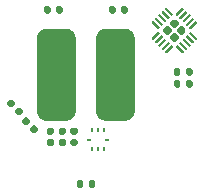
<source format=gbp>
G04 #@! TF.GenerationSoftware,KiCad,Pcbnew,8.0.9-8.0.9-0~ubuntu20.04.1*
G04 #@! TF.CreationDate,2025-06-12T23:45:10+01:00*
G04 #@! TF.ProjectId,nfc-pcb-tag,6e66632d-7063-4622-9d74-61672e6b6963,rev?*
G04 #@! TF.SameCoordinates,Original*
G04 #@! TF.FileFunction,Paste,Bot*
G04 #@! TF.FilePolarity,Positive*
%FSLAX46Y46*%
G04 Gerber Fmt 4.6, Leading zero omitted, Abs format (unit mm)*
G04 Created by KiCad (PCBNEW 8.0.9-8.0.9-0~ubuntu20.04.1) date 2025-06-12 23:45:10*
%MOMM*%
%LPD*%
G01*
G04 APERTURE LIST*
%ADD10R,0.250000X0.400000*%
%ADD11R,0.400000X0.250000*%
G04 APERTURE END LIST*
G36*
G01*
X68970000Y-32435000D02*
X68970000Y-32065000D01*
G75*
G02*
X69105000Y-31930000I135000J0D01*
G01*
X69375000Y-31930000D01*
G75*
G02*
X69510000Y-32065000I0J-135000D01*
G01*
X69510000Y-32435000D01*
G75*
G02*
X69375000Y-32570000I-135000J0D01*
G01*
X69105000Y-32570000D01*
G75*
G02*
X68970000Y-32435000I0J135000D01*
G01*
G37*
G36*
G01*
X69990000Y-32435000D02*
X69990000Y-32065000D01*
G75*
G02*
X70125000Y-31930000I135000J0D01*
G01*
X70395000Y-31930000D01*
G75*
G02*
X70530000Y-32065000I0J-135000D01*
G01*
X70530000Y-32435000D01*
G75*
G02*
X70395000Y-32570000I-135000J0D01*
G01*
X70125000Y-32570000D01*
G75*
G02*
X69990000Y-32435000I0J135000D01*
G01*
G37*
G36*
G01*
X81530000Y-38315000D02*
X81530000Y-38685000D01*
G75*
G02*
X81395000Y-38820000I-135000J0D01*
G01*
X81125000Y-38820000D01*
G75*
G02*
X80990000Y-38685000I0J135000D01*
G01*
X80990000Y-38315000D01*
G75*
G02*
X81125000Y-38180000I135000J0D01*
G01*
X81395000Y-38180000D01*
G75*
G02*
X81530000Y-38315000I0J-135000D01*
G01*
G37*
G36*
G01*
X80510000Y-38315000D02*
X80510000Y-38685000D01*
G75*
G02*
X80375000Y-38820000I-135000J0D01*
G01*
X80105000Y-38820000D01*
G75*
G02*
X79970000Y-38685000I0J135000D01*
G01*
X79970000Y-38315000D01*
G75*
G02*
X80105000Y-38180000I135000J0D01*
G01*
X80375000Y-38180000D01*
G75*
G02*
X80510000Y-38315000I0J-135000D01*
G01*
G37*
D10*
X73000000Y-42450000D03*
X73500000Y-42450000D03*
X74000000Y-42450000D03*
D11*
X74250000Y-43250000D03*
D10*
X74000000Y-44050000D03*
X73500000Y-44050000D03*
X73000000Y-44050000D03*
D11*
X72750000Y-43250000D03*
G36*
G01*
X81530000Y-37315000D02*
X81530000Y-37685000D01*
G75*
G02*
X81395000Y-37820000I-135000J0D01*
G01*
X81125000Y-37820000D01*
G75*
G02*
X80990000Y-37685000I0J135000D01*
G01*
X80990000Y-37315000D01*
G75*
G02*
X81125000Y-37180000I135000J0D01*
G01*
X81395000Y-37180000D01*
G75*
G02*
X81530000Y-37315000I0J-135000D01*
G01*
G37*
G36*
G01*
X80510000Y-37315000D02*
X80510000Y-37685000D01*
G75*
G02*
X80375000Y-37820000I-135000J0D01*
G01*
X80105000Y-37820000D01*
G75*
G02*
X79970000Y-37685000I0J135000D01*
G01*
X79970000Y-37315000D01*
G75*
G02*
X80105000Y-37180000I135000J0D01*
G01*
X80375000Y-37180000D01*
G75*
G02*
X80510000Y-37315000I0J-135000D01*
G01*
G37*
G36*
G01*
X74470000Y-32435000D02*
X74470000Y-32065000D01*
G75*
G02*
X74605000Y-31930000I135000J0D01*
G01*
X74875000Y-31930000D01*
G75*
G02*
X75010000Y-32065000I0J-135000D01*
G01*
X75010000Y-32435000D01*
G75*
G02*
X74875000Y-32570000I-135000J0D01*
G01*
X74605000Y-32570000D01*
G75*
G02*
X74470000Y-32435000I0J135000D01*
G01*
G37*
G36*
G01*
X75490000Y-32435000D02*
X75490000Y-32065000D01*
G75*
G02*
X75625000Y-31930000I135000J0D01*
G01*
X75895000Y-31930000D01*
G75*
G02*
X76030000Y-32065000I0J-135000D01*
G01*
X76030000Y-32435000D01*
G75*
G02*
X75895000Y-32570000I-135000J0D01*
G01*
X75625000Y-32570000D01*
G75*
G02*
X75490000Y-32435000I0J135000D01*
G01*
G37*
G36*
G01*
X80698268Y-33644679D02*
X80935149Y-33881560D01*
G75*
G02*
X80935149Y-34118440I-118440J-118440D01*
G01*
X80698268Y-34355321D01*
G75*
G02*
X80461388Y-34355321I-118440J118440D01*
G01*
X80224507Y-34118440D01*
G75*
G02*
X80224507Y-33881560I118440J118440D01*
G01*
X80461388Y-33644679D01*
G75*
G02*
X80698268Y-33644679I118440J-118440D01*
G01*
G37*
G36*
G01*
X80118440Y-33064851D02*
X80355321Y-33301732D01*
G75*
G02*
X80355321Y-33538612I-118440J-118440D01*
G01*
X80118440Y-33775493D01*
G75*
G02*
X79881560Y-33775493I-118440J118440D01*
G01*
X79644679Y-33538612D01*
G75*
G02*
X79644679Y-33301732I118440J118440D01*
G01*
X79881560Y-33064851D01*
G75*
G02*
X80118440Y-33064851I118440J-118440D01*
G01*
G37*
G36*
G01*
X80118440Y-34224507D02*
X80355321Y-34461388D01*
G75*
G02*
X80355321Y-34698268I-118440J-118440D01*
G01*
X80118440Y-34935149D01*
G75*
G02*
X79881560Y-34935149I-118440J118440D01*
G01*
X79644679Y-34698268D01*
G75*
G02*
X79644679Y-34461388I118440J118440D01*
G01*
X79881560Y-34224507D01*
G75*
G02*
X80118440Y-34224507I118440J-118440D01*
G01*
G37*
G36*
G01*
X79538612Y-33644679D02*
X79775493Y-33881560D01*
G75*
G02*
X79775493Y-34118440I-118440J-118440D01*
G01*
X79538612Y-34355321D01*
G75*
G02*
X79301732Y-34355321I-118440J118440D01*
G01*
X79064851Y-34118440D01*
G75*
G02*
X79064851Y-33881560I118440J118440D01*
G01*
X79301732Y-33644679D01*
G75*
G02*
X79538612Y-33644679I118440J-118440D01*
G01*
G37*
G36*
G01*
X80724784Y-32073135D02*
X80795494Y-32143845D01*
G75*
G02*
X80795494Y-32214555I-35355J-35355D01*
G01*
X80265164Y-32744885D01*
G75*
G02*
X80194454Y-32744885I-35355J35355D01*
G01*
X80123744Y-32674175D01*
G75*
G02*
X80123744Y-32603465I35355J35355D01*
G01*
X80654074Y-32073135D01*
G75*
G02*
X80724784Y-32073135I35355J-35355D01*
G01*
G37*
G36*
G01*
X81007627Y-32355977D02*
X81078337Y-32426687D01*
G75*
G02*
X81078337Y-32497397I-35355J-35355D01*
G01*
X80548007Y-33027727D01*
G75*
G02*
X80477297Y-33027727I-35355J35355D01*
G01*
X80406587Y-32957017D01*
G75*
G02*
X80406587Y-32886307I35355J35355D01*
G01*
X80936917Y-32355977D01*
G75*
G02*
X81007627Y-32355977I35355J-35355D01*
G01*
G37*
G36*
G01*
X81290470Y-32638820D02*
X81361180Y-32709530D01*
G75*
G02*
X81361180Y-32780240I-35355J-35355D01*
G01*
X80830850Y-33310570D01*
G75*
G02*
X80760140Y-33310570I-35355J35355D01*
G01*
X80689430Y-33239860D01*
G75*
G02*
X80689430Y-33169150I35355J35355D01*
G01*
X81219760Y-32638820D01*
G75*
G02*
X81290470Y-32638820I35355J-35355D01*
G01*
G37*
G36*
G01*
X81573313Y-32921663D02*
X81644023Y-32992373D01*
G75*
G02*
X81644023Y-33063083I-35355J-35355D01*
G01*
X81113693Y-33593413D01*
G75*
G02*
X81042983Y-33593413I-35355J35355D01*
G01*
X80972273Y-33522703D01*
G75*
G02*
X80972273Y-33451993I35355J35355D01*
G01*
X81502603Y-32921663D01*
G75*
G02*
X81573313Y-32921663I35355J-35355D01*
G01*
G37*
G36*
G01*
X81856155Y-33204506D02*
X81926865Y-33275216D01*
G75*
G02*
X81926865Y-33345926I-35355J-35355D01*
G01*
X81396535Y-33876256D01*
G75*
G02*
X81325825Y-33876256I-35355J35355D01*
G01*
X81255115Y-33805546D01*
G75*
G02*
X81255115Y-33734836I35355J35355D01*
G01*
X81785445Y-33204506D01*
G75*
G02*
X81856155Y-33204506I35355J-35355D01*
G01*
G37*
G36*
G01*
X81396535Y-34123744D02*
X81926865Y-34654074D01*
G75*
G02*
X81926865Y-34724784I-35355J-35355D01*
G01*
X81856155Y-34795494D01*
G75*
G02*
X81785445Y-34795494I-35355J35355D01*
G01*
X81255115Y-34265164D01*
G75*
G02*
X81255115Y-34194454I35355J35355D01*
G01*
X81325825Y-34123744D01*
G75*
G02*
X81396535Y-34123744I35355J-35355D01*
G01*
G37*
G36*
G01*
X81113693Y-34406587D02*
X81644023Y-34936917D01*
G75*
G02*
X81644023Y-35007627I-35355J-35355D01*
G01*
X81573313Y-35078337D01*
G75*
G02*
X81502603Y-35078337I-35355J35355D01*
G01*
X80972273Y-34548007D01*
G75*
G02*
X80972273Y-34477297I35355J35355D01*
G01*
X81042983Y-34406587D01*
G75*
G02*
X81113693Y-34406587I35355J-35355D01*
G01*
G37*
G36*
G01*
X80830850Y-34689430D02*
X81361180Y-35219760D01*
G75*
G02*
X81361180Y-35290470I-35355J-35355D01*
G01*
X81290470Y-35361180D01*
G75*
G02*
X81219760Y-35361180I-35355J35355D01*
G01*
X80689430Y-34830850D01*
G75*
G02*
X80689430Y-34760140I35355J35355D01*
G01*
X80760140Y-34689430D01*
G75*
G02*
X80830850Y-34689430I35355J-35355D01*
G01*
G37*
G36*
G01*
X80548007Y-34972273D02*
X81078337Y-35502603D01*
G75*
G02*
X81078337Y-35573313I-35355J-35355D01*
G01*
X81007627Y-35644023D01*
G75*
G02*
X80936917Y-35644023I-35355J35355D01*
G01*
X80406587Y-35113693D01*
G75*
G02*
X80406587Y-35042983I35355J35355D01*
G01*
X80477297Y-34972273D01*
G75*
G02*
X80548007Y-34972273I35355J-35355D01*
G01*
G37*
G36*
G01*
X80265164Y-35255115D02*
X80795494Y-35785445D01*
G75*
G02*
X80795494Y-35856155I-35355J-35355D01*
G01*
X80724784Y-35926865D01*
G75*
G02*
X80654074Y-35926865I-35355J35355D01*
G01*
X80123744Y-35396535D01*
G75*
G02*
X80123744Y-35325825I35355J35355D01*
G01*
X80194454Y-35255115D01*
G75*
G02*
X80265164Y-35255115I35355J-35355D01*
G01*
G37*
G36*
G01*
X79805546Y-35255115D02*
X79876256Y-35325825D01*
G75*
G02*
X79876256Y-35396535I-35355J-35355D01*
G01*
X79345926Y-35926865D01*
G75*
G02*
X79275216Y-35926865I-35355J35355D01*
G01*
X79204506Y-35856155D01*
G75*
G02*
X79204506Y-35785445I35355J35355D01*
G01*
X79734836Y-35255115D01*
G75*
G02*
X79805546Y-35255115I35355J-35355D01*
G01*
G37*
G36*
G01*
X79522703Y-34972273D02*
X79593413Y-35042983D01*
G75*
G02*
X79593413Y-35113693I-35355J-35355D01*
G01*
X79063083Y-35644023D01*
G75*
G02*
X78992373Y-35644023I-35355J35355D01*
G01*
X78921663Y-35573313D01*
G75*
G02*
X78921663Y-35502603I35355J35355D01*
G01*
X79451993Y-34972273D01*
G75*
G02*
X79522703Y-34972273I35355J-35355D01*
G01*
G37*
G36*
G01*
X79239860Y-34689430D02*
X79310570Y-34760140D01*
G75*
G02*
X79310570Y-34830850I-35355J-35355D01*
G01*
X78780240Y-35361180D01*
G75*
G02*
X78709530Y-35361180I-35355J35355D01*
G01*
X78638820Y-35290470D01*
G75*
G02*
X78638820Y-35219760I35355J35355D01*
G01*
X79169150Y-34689430D01*
G75*
G02*
X79239860Y-34689430I35355J-35355D01*
G01*
G37*
G36*
G01*
X78957017Y-34406587D02*
X79027727Y-34477297D01*
G75*
G02*
X79027727Y-34548007I-35355J-35355D01*
G01*
X78497397Y-35078337D01*
G75*
G02*
X78426687Y-35078337I-35355J35355D01*
G01*
X78355977Y-35007627D01*
G75*
G02*
X78355977Y-34936917I35355J35355D01*
G01*
X78886307Y-34406587D01*
G75*
G02*
X78957017Y-34406587I35355J-35355D01*
G01*
G37*
G36*
G01*
X78674175Y-34123744D02*
X78744885Y-34194454D01*
G75*
G02*
X78744885Y-34265164I-35355J-35355D01*
G01*
X78214555Y-34795494D01*
G75*
G02*
X78143845Y-34795494I-35355J35355D01*
G01*
X78073135Y-34724784D01*
G75*
G02*
X78073135Y-34654074I35355J35355D01*
G01*
X78603465Y-34123744D01*
G75*
G02*
X78674175Y-34123744I35355J-35355D01*
G01*
G37*
G36*
G01*
X78214555Y-33204506D02*
X78744885Y-33734836D01*
G75*
G02*
X78744885Y-33805546I-35355J-35355D01*
G01*
X78674175Y-33876256D01*
G75*
G02*
X78603465Y-33876256I-35355J35355D01*
G01*
X78073135Y-33345926D01*
G75*
G02*
X78073135Y-33275216I35355J35355D01*
G01*
X78143845Y-33204506D01*
G75*
G02*
X78214555Y-33204506I35355J-35355D01*
G01*
G37*
G36*
G01*
X78497397Y-32921663D02*
X79027727Y-33451993D01*
G75*
G02*
X79027727Y-33522703I-35355J-35355D01*
G01*
X78957017Y-33593413D01*
G75*
G02*
X78886307Y-33593413I-35355J35355D01*
G01*
X78355977Y-33063083D01*
G75*
G02*
X78355977Y-32992373I35355J35355D01*
G01*
X78426687Y-32921663D01*
G75*
G02*
X78497397Y-32921663I35355J-35355D01*
G01*
G37*
G36*
G01*
X78780240Y-32638820D02*
X79310570Y-33169150D01*
G75*
G02*
X79310570Y-33239860I-35355J-35355D01*
G01*
X79239860Y-33310570D01*
G75*
G02*
X79169150Y-33310570I-35355J35355D01*
G01*
X78638820Y-32780240D01*
G75*
G02*
X78638820Y-32709530I35355J35355D01*
G01*
X78709530Y-32638820D01*
G75*
G02*
X78780240Y-32638820I35355J-35355D01*
G01*
G37*
G36*
G01*
X79063083Y-32355977D02*
X79593413Y-32886307D01*
G75*
G02*
X79593413Y-32957017I-35355J-35355D01*
G01*
X79522703Y-33027727D01*
G75*
G02*
X79451993Y-33027727I-35355J35355D01*
G01*
X78921663Y-32497397D01*
G75*
G02*
X78921663Y-32426687I35355J35355D01*
G01*
X78992373Y-32355977D01*
G75*
G02*
X79063083Y-32355977I35355J-35355D01*
G01*
G37*
G36*
G01*
X79345926Y-32073135D02*
X79876256Y-32603465D01*
G75*
G02*
X79876256Y-32674175I-35355J-35355D01*
G01*
X79805546Y-32744885D01*
G75*
G02*
X79734836Y-32744885I-35355J35355D01*
G01*
X79204506Y-32214555D01*
G75*
G02*
X79204506Y-32143845I35355J35355D01*
G01*
X79275216Y-32073135D01*
G75*
G02*
X79345926Y-32073135I35355J-35355D01*
G01*
G37*
G36*
G01*
X67157609Y-40917193D02*
X66917193Y-41157609D01*
G75*
G02*
X66719203Y-41157609I-98995J98995D01*
G01*
X66521213Y-40959619D01*
G75*
G02*
X66521213Y-40761629I98995J98995D01*
G01*
X66761629Y-40521213D01*
G75*
G02*
X66959619Y-40521213I98995J-98995D01*
G01*
X67157609Y-40719203D01*
G75*
G02*
X67157609Y-40917193I-98995J-98995D01*
G01*
G37*
G36*
G01*
X66478787Y-40238371D02*
X66238371Y-40478787D01*
G75*
G02*
X66040381Y-40478787I-98995J98995D01*
G01*
X65842391Y-40280797D01*
G75*
G02*
X65842391Y-40082807I98995J98995D01*
G01*
X66082807Y-39842391D01*
G75*
G02*
X66280797Y-39842391I98995J-98995D01*
G01*
X66478787Y-40040381D01*
G75*
G02*
X66478787Y-40238371I-98995J-98995D01*
G01*
G37*
G36*
G01*
X68407609Y-42417193D02*
X68167193Y-42657609D01*
G75*
G02*
X67969203Y-42657609I-98995J98995D01*
G01*
X67771213Y-42459619D01*
G75*
G02*
X67771213Y-42261629I98995J98995D01*
G01*
X68011629Y-42021213D01*
G75*
G02*
X68209619Y-42021213I98995J-98995D01*
G01*
X68407609Y-42219203D01*
G75*
G02*
X68407609Y-42417193I-98995J-98995D01*
G01*
G37*
G36*
G01*
X67728787Y-41738371D02*
X67488371Y-41978787D01*
G75*
G02*
X67290381Y-41978787I-98995J98995D01*
G01*
X67092391Y-41780797D01*
G75*
G02*
X67092391Y-41582807I98995J98995D01*
G01*
X67332807Y-41342391D01*
G75*
G02*
X67530797Y-41342391I98995J-98995D01*
G01*
X67728787Y-41540381D01*
G75*
G02*
X67728787Y-41738371I-98995J-98995D01*
G01*
G37*
G36*
G01*
X73280000Y-46815000D02*
X73280000Y-47185000D01*
G75*
G02*
X73145000Y-47320000I-135000J0D01*
G01*
X72875000Y-47320000D01*
G75*
G02*
X72740000Y-47185000I0J135000D01*
G01*
X72740000Y-46815000D01*
G75*
G02*
X72875000Y-46680000I135000J0D01*
G01*
X73145000Y-46680000D01*
G75*
G02*
X73280000Y-46815000I0J-135000D01*
G01*
G37*
G36*
G01*
X72260000Y-46815000D02*
X72260000Y-47185000D01*
G75*
G02*
X72125000Y-47320000I-135000J0D01*
G01*
X71855000Y-47320000D01*
G75*
G02*
X71720000Y-47185000I0J135000D01*
G01*
X71720000Y-46815000D01*
G75*
G02*
X71855000Y-46680000I135000J0D01*
G01*
X72125000Y-46680000D01*
G75*
G02*
X72260000Y-46815000I0J-135000D01*
G01*
G37*
G36*
G01*
X70330000Y-42240000D02*
X70670000Y-42240000D01*
G75*
G02*
X70810000Y-42380000I0J-140000D01*
G01*
X70810000Y-42660000D01*
G75*
G02*
X70670000Y-42800000I-140000J0D01*
G01*
X70330000Y-42800000D01*
G75*
G02*
X70190000Y-42660000I0J140000D01*
G01*
X70190000Y-42380000D01*
G75*
G02*
X70330000Y-42240000I140000J0D01*
G01*
G37*
G36*
G01*
X70330000Y-43200000D02*
X70670000Y-43200000D01*
G75*
G02*
X70810000Y-43340000I0J-140000D01*
G01*
X70810000Y-43620000D01*
G75*
G02*
X70670000Y-43760000I-140000J0D01*
G01*
X70330000Y-43760000D01*
G75*
G02*
X70190000Y-43620000I0J140000D01*
G01*
X70190000Y-43340000D01*
G75*
G02*
X70330000Y-43200000I140000J0D01*
G01*
G37*
G36*
G01*
X71670000Y-43760000D02*
X71330000Y-43760000D01*
G75*
G02*
X71190000Y-43620000I0J140000D01*
G01*
X71190000Y-43340000D01*
G75*
G02*
X71330000Y-43200000I140000J0D01*
G01*
X71670000Y-43200000D01*
G75*
G02*
X71810000Y-43340000I0J-140000D01*
G01*
X71810000Y-43620000D01*
G75*
G02*
X71670000Y-43760000I-140000J0D01*
G01*
G37*
G36*
G01*
X71670000Y-42800000D02*
X71330000Y-42800000D01*
G75*
G02*
X71190000Y-42660000I0J140000D01*
G01*
X71190000Y-42380000D01*
G75*
G02*
X71330000Y-42240000I140000J0D01*
G01*
X71670000Y-42240000D01*
G75*
G02*
X71810000Y-42380000I0J-140000D01*
G01*
X71810000Y-42660000D01*
G75*
G02*
X71670000Y-42800000I-140000J0D01*
G01*
G37*
G36*
G01*
X69670000Y-43760000D02*
X69330000Y-43760000D01*
G75*
G02*
X69190000Y-43620000I0J140000D01*
G01*
X69190000Y-43340000D01*
G75*
G02*
X69330000Y-43200000I140000J0D01*
G01*
X69670000Y-43200000D01*
G75*
G02*
X69810000Y-43340000I0J-140000D01*
G01*
X69810000Y-43620000D01*
G75*
G02*
X69670000Y-43760000I-140000J0D01*
G01*
G37*
G36*
G01*
X69670000Y-42800000D02*
X69330000Y-42800000D01*
G75*
G02*
X69190000Y-42660000I0J140000D01*
G01*
X69190000Y-42380000D01*
G75*
G02*
X69330000Y-42240000I140000J0D01*
G01*
X69670000Y-42240000D01*
G75*
G02*
X69810000Y-42380000I0J-140000D01*
G01*
X69810000Y-42660000D01*
G75*
G02*
X69670000Y-42800000I-140000J0D01*
G01*
G37*
G36*
G01*
X71650000Y-34675000D02*
X71650000Y-40825000D01*
G75*
G02*
X70825000Y-41650000I-825000J0D01*
G01*
X69175000Y-41650000D01*
G75*
G02*
X68350000Y-40825000I0J825000D01*
G01*
X68350000Y-34675000D01*
G75*
G02*
X69175000Y-33850000I825000J0D01*
G01*
X70825000Y-33850000D01*
G75*
G02*
X71650000Y-34675000I0J-825000D01*
G01*
G37*
G36*
G01*
X76650000Y-34675000D02*
X76650000Y-40825000D01*
G75*
G02*
X75825000Y-41650000I-825000J0D01*
G01*
X74175000Y-41650000D01*
G75*
G02*
X73350000Y-40825000I0J825000D01*
G01*
X73350000Y-34675000D01*
G75*
G02*
X74175000Y-33850000I825000J0D01*
G01*
X75825000Y-33850000D01*
G75*
G02*
X76650000Y-34675000I0J-825000D01*
G01*
G37*
M02*

</source>
